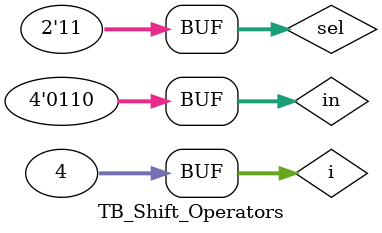
<source format=v>
`timescale 1ns / 1ps

module TB_Shift_Operators;

reg [3:0] in;
reg [1:0] sel;
wire [3:0] out;
integer i;

Shift_Operators dut(in,sel,out);

initial begin 
in = 1'b0; #2;
in = 4'b0110; 
end

initial begin 
for ( i = 0 ; i < 4; i=i+1)

begin 
sel = i;
#5;
end
end


endmodule

</source>
